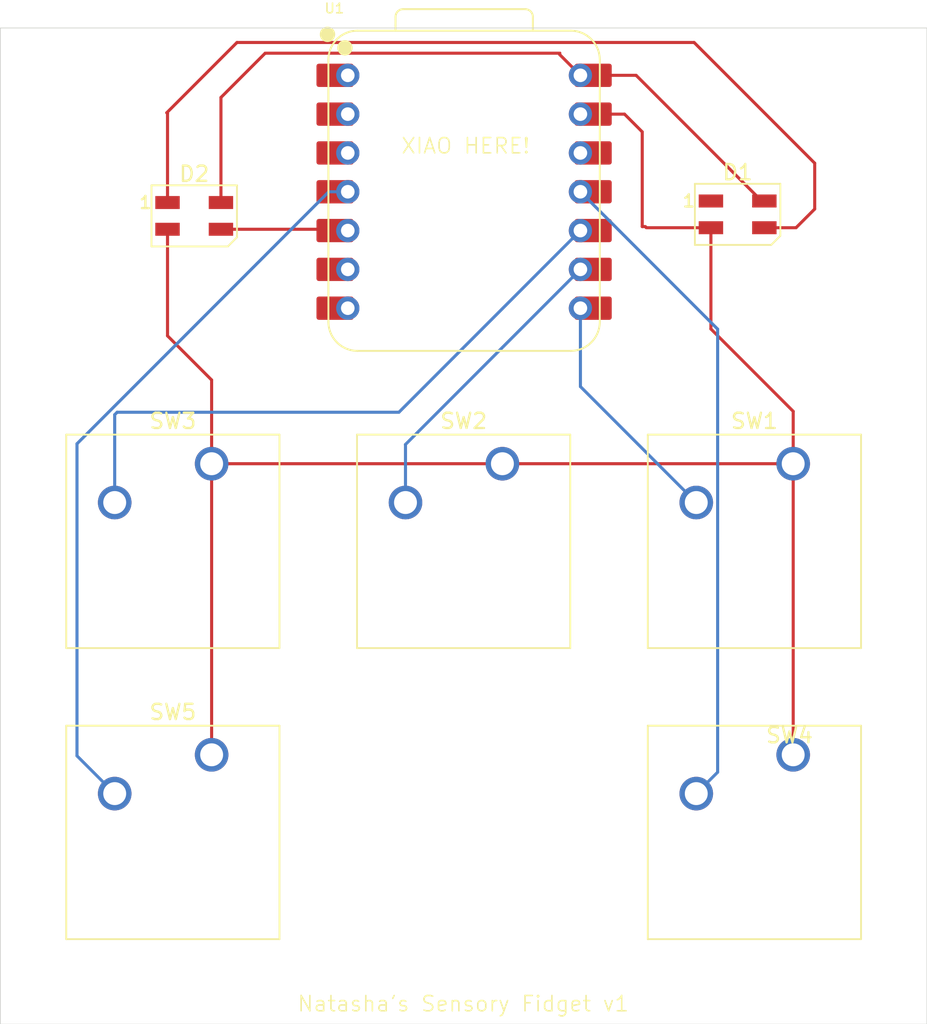
<source format=kicad_pcb>
(kicad_pcb (version 20241229) (generator "pcbnew") (generator_version "9.0")
  (layers (0 "F.Cu" signal) (2 "B.Cu" signal) (13 "F.Paste" user) (15 "B.Paste" user) (5 "F.SilkS" user "F.Silkscreen") (7 "B.SilkS" user "B.Silkscreen") (1 "F.Mask" user) (3 "B.Mask" user) (25 "Edge.Cuts" user))
  (net 0 "")
  (net 1 "GND")
  (net 2 "Net-(D1-DIN)")
  (net 4 "+5V")
  (net 5 "Net-(D2-DIN)")
  (net 6 "Net-(U1-GPIO1{slash}RX)")
  (net 7 "Net-(U1-GPIO2{slash}SCK)")
  (net 8 "Net-(U1-GPIO4{slash}MISO)")
  (net 9 "Net-(U1-GPIO3{slash}MOSI)")
  (net 10 "Net-(U1-GPIO29{slash}ADC3{slash}A3)")
  (footprint "Button_Switch_Keyboard:SW_Cherry_MX_1.00u_PCB" (layer "F.Cu") (at 96.44 58.32)
    (property "Reference" "SW1" (at -2.54 -2.794 0) (layer "F.SilkS"))
    (property "Value" "SW_Push")
    (fp_line (start -9.525 -1.905) (end 4.445 -1.905) (stroke (width 0.12)) (layer "F.SilkS"))
    (fp_line (start -9.525 12.065) (end -9.525 -1.905) (stroke (width 0.12)) (layer "F.SilkS"))
    (fp_line (start 4.445 -1.905) (end 4.445 12.065) (stroke (width 0.12)) (layer "F.SilkS"))
    (fp_line (start 4.445 12.065) (end -9.525 12.065) (stroke (width 0.12)) (layer "F.SilkS"))
    (pad "" np_thru_hole circle (at -7.62 5.08) (size 1.7 1.7) (drill 1.7) (layers "*.Cu" "*.Mask"))
    (pad "" np_thru_hole circle (at -2.54 5.08) (size 4 4) (drill 4) (layers "*.Cu" "*.Mask"))
    (pad "" np_thru_hole circle (at 2.54 5.08) (size 1.7 1.7) (drill 1.7) (layers "*.Cu" "*.Mask"))
    (pad "1" thru_hole circle (at 0 0) (size 2.2 2.2) (drill 1.5) (layers "*.Cu" "*.Mask") (net 1 "GND"))
    (pad "2" thru_hole circle (at -6.35 2.54) (size 2.2 2.2) (drill 1.5) (layers "*.Cu" "*.Mask") (net 6 "Net-(U1-GPIO1{slash}RX)"))
  )
  (footprint "LED_SMD:LED_SK6812MINI_PLCC4_3.5x3.5mm_P1.75mm" (layer "F.Cu") (at 92.8 42)
    (property "Reference" "D1" (at 0 -2.75 0) (layer "F.SilkS"))
    (property "Value" "SK6812MINI")
    (fp_line (start -2.8 -2) (end -2.8 2) (stroke (width 0.12)) (layer "F.SilkS"))
    (fp_line (start -2.8 -2) (end 2.8 -2) (stroke (width 0.12)) (layer "F.SilkS"))
    (fp_line (start -2.8 2) (end 2.2 2) (stroke (width 0.12)) (layer "F.SilkS"))
    (fp_line (start 2.8 1.4) (end 2.2 2) (stroke (width 0.12)) (layer "F.SilkS"))
    (fp_line (start 2.8 1.4) (end 2.8 -2) (stroke (width 0.12)) (layer "F.SilkS"))
    (fp_text user "1" (at -3.2 -0.875 0) (layer "F.SilkS") (effects (font (size 0.8 0.8))))
    (pad "1" smd rect (at -1.75 -0.875) (size 1.6 0.85) (layers "F.Cu" "F.Mask" "F.Paste"))
    (pad "2" smd rect (at -1.75 0.875) (size 1.6 0.85) (layers "F.Cu" "F.Mask" "F.Paste") (net 1 "GND"))
    (pad "3" smd rect (at 1.75 0.875) (size 1.6 0.85) (layers "F.Cu" "F.Mask" "F.Paste") (net 2 "Net-(D1-DIN)"))
    (pad "4" smd rect (at 1.75 -0.875) (size 1.6 0.85) (layers "F.Cu" "F.Mask" "F.Paste") (net 4 "+5V"))
  )
  (footprint "LED_SMD:LED_SK6812MINI_PLCC4_3.5x3.5mm_P1.75mm" (layer "F.Cu") (at 57.2 42.1)
    (property "Reference" "D2" (at 0 -2.75 0) (layer "F.SilkS"))
    (property "Value" "SK6812MINI")
    (fp_line (start -2.8 -2) (end -2.8 2) (stroke (width 0.12)) (layer "F.SilkS"))
    (fp_line (start -2.8 -2) (end 2.8 -2) (stroke (width 0.12)) (layer "F.SilkS"))
    (fp_line (start -2.8 2) (end 2.2 2) (stroke (width 0.12)) (layer "F.SilkS"))
    (fp_line (start 2.8 1.4) (end 2.2 2) (stroke (width 0.12)) (layer "F.SilkS"))
    (fp_line (start 2.8 1.4) (end 2.8 -2) (stroke (width 0.12)) (layer "F.SilkS"))
    (fp_text user "1" (at -3.2 -0.875 0) (layer "F.SilkS") (effects (font (size 0.8 0.8))))
    (pad "1" smd rect (at -1.75 -0.875) (size 1.6 0.85) (layers "F.Cu" "F.Mask" "F.Paste") (net 2 "Net-(D1-DIN)"))
    (pad "2" smd rect (at -1.75 0.875) (size 1.6 0.85) (layers "F.Cu" "F.Mask" "F.Paste") (net 1 "GND"))
    (pad "3" smd rect (at 1.75 0.875) (size 1.6 0.85) (layers "F.Cu" "F.Mask" "F.Paste") (net 5 "Net-(D2-DIN)"))
    (pad "4" smd rect (at 1.75 -0.875) (size 1.6 0.85) (layers "F.Cu" "F.Mask" "F.Paste") (net 4 "+5V"))
  )
  (footprint "Button_Switch_Keyboard:SW_Cherry_MX_1.00u_PCB" (layer "F.Cu") (at 58.34 77.37)
    (property "Reference" "SW5" (at -2.54 -2.794 0) (layer "F.SilkS"))
    (property "Value" "SW_Push")
    (fp_line (start -9.525 -1.905) (end 4.445 -1.905) (stroke (width 0.12)) (layer "F.SilkS"))
    (fp_line (start -9.525 12.065) (end -9.525 -1.905) (stroke (width 0.12)) (layer "F.SilkS"))
    (fp_line (start 4.445 -1.905) (end 4.445 12.065) (stroke (width 0.12)) (layer "F.SilkS"))
    (fp_line (start 4.445 12.065) (end -9.525 12.065) (stroke (width 0.12)) (layer "F.SilkS"))
    (pad "" np_thru_hole circle (at -7.62 5.08) (size 1.7 1.7) (drill 1.7) (layers "*.Cu" "*.Mask"))
    (pad "" np_thru_hole circle (at -2.54 5.08) (size 4 4) (drill 4) (layers "*.Cu" "*.Mask"))
    (pad "" np_thru_hole circle (at 2.54 5.08) (size 1.7 1.7) (drill 1.7) (layers "*.Cu" "*.Mask"))
    (pad "1" thru_hole circle (at 0 0) (size 2.2 2.2) (drill 1.5) (layers "*.Cu" "*.Mask") (net 1 "GND"))
    (pad "2" thru_hole circle (at -6.35 2.54) (size 2.2 2.2) (drill 1.5) (layers "*.Cu" "*.Mask") (net 10 "Net-(U1-GPIO29{slash}ADC3{slash}A3)"))
  )
  (footprint "Button_Switch_Keyboard:SW_Cherry_MX_1.00u_PCB" (layer "F.Cu") (at 96.44 77.37)
    (property "Reference" "SW4" (at -0.24125 -1.27375 0) (layer "F.SilkS"))
    (property "Value" "SW_Push")
    (fp_line (start -9.525 -1.905) (end 4.445 -1.905) (stroke (width 0.12)) (layer "F.SilkS"))
    (fp_line (start -9.525 12.065) (end -9.525 -1.905) (stroke (width 0.12)) (layer "F.SilkS"))
    (fp_line (start 4.445 -1.905) (end 4.445 12.065) (stroke (width 0.12)) (layer "F.SilkS"))
    (fp_line (start 4.445 12.065) (end -9.525 12.065) (stroke (width 0.12)) (layer "F.SilkS"))
    (pad "" np_thru_hole circle (at -7.62 5.08) (size 1.7 1.7) (drill 1.7) (layers "*.Cu" "*.Mask"))
    (pad "" np_thru_hole circle (at -2.54 5.08) (size 4 4) (drill 4) (layers "*.Cu" "*.Mask"))
    (pad "" np_thru_hole circle (at 2.54 5.08) (size 1.7 1.7) (drill 1.7) (layers "*.Cu" "*.Mask"))
    (pad "1" thru_hole circle (at 0 0) (size 2.2 2.2) (drill 1.5) (layers "*.Cu" "*.Mask") (net 1 "GND"))
    (pad "2" thru_hole circle (at -6.35 2.54) (size 2.2 2.2) (drill 1.5) (layers "*.Cu" "*.Mask") (net 9 "Net-(U1-GPIO3{slash}MOSI)"))
  )
  (footprint "Button_Switch_Keyboard:SW_Cherry_MX_1.00u_PCB" (layer "F.Cu") (at 58.34 58.32)
    (property "Reference" "SW3" (at -2.54 -2.794 0) (layer "F.SilkS"))
    (property "Value" "SW_Push")
    (fp_line (start -9.525 -1.905) (end 4.445 -1.905) (stroke (width 0.12)) (layer "F.SilkS"))
    (fp_line (start -9.525 12.065) (end -9.525 -1.905) (stroke (width 0.12)) (layer "F.SilkS"))
    (fp_line (start 4.445 -1.905) (end 4.445 12.065) (stroke (width 0.12)) (layer "F.SilkS"))
    (fp_line (start 4.445 12.065) (end -9.525 12.065) (stroke (width 0.12)) (layer "F.SilkS"))
    (pad "" np_thru_hole circle (at -7.62 5.08) (size 1.7 1.7) (drill 1.7) (layers "*.Cu" "*.Mask"))
    (pad "" np_thru_hole circle (at -2.54 5.08) (size 4 4) (drill 4) (layers "*.Cu" "*.Mask"))
    (pad "" np_thru_hole circle (at 2.54 5.08) (size 1.7 1.7) (drill 1.7) (layers "*.Cu" "*.Mask"))
    (pad "1" thru_hole circle (at 0 0) (size 2.2 2.2) (drill 1.5) (layers "*.Cu" "*.Mask") (net 1 "GND"))
    (pad "2" thru_hole circle (at -6.35 2.54) (size 2.2 2.2) (drill 1.5) (layers "*.Cu" "*.Mask") (net 8 "Net-(U1-GPIO4{slash}MISO)"))
  )
  (footprint "Button_Switch_Keyboard:SW_Cherry_MX_1.00u_PCB" (layer "F.Cu") (at 77.39 58.32)
    (property "Reference" "SW2" (at -2.54 -2.794 0) (layer "F.SilkS"))
    (property "Value" "SW_Push")
    (fp_line (start -9.525 -1.905) (end 4.445 -1.905) (stroke (width 0.12)) (layer "F.SilkS"))
    (fp_line (start -9.525 12.065) (end -9.525 -1.905) (stroke (width 0.12)) (layer "F.SilkS"))
    (fp_line (start 4.445 -1.905) (end 4.445 12.065) (stroke (width 0.12)) (layer "F.SilkS"))
    (fp_line (start 4.445 12.065) (end -9.525 12.065) (stroke (width 0.12)) (layer "F.SilkS"))
    (pad "" np_thru_hole circle (at -7.62 5.08) (size 1.7 1.7) (drill 1.7) (layers "*.Cu" "*.Mask"))
    (pad "" np_thru_hole circle (at -2.54 5.08) (size 4 4) (drill 4) (layers "*.Cu" "*.Mask"))
    (pad "" np_thru_hole circle (at 2.54 5.08) (size 1.7 1.7) (drill 1.7) (layers "*.Cu" "*.Mask"))
    (pad "1" thru_hole circle (at 0 0) (size 2.2 2.2) (drill 1.5) (layers "*.Cu" "*.Mask") (net 1 "GND"))
    (pad "2" thru_hole circle (at -6.35 2.54) (size 2.2 2.2) (drill 1.5) (layers "*.Cu" "*.Mask") (net 7 "Net-(U1-GPIO2{slash}SCK)"))
  )
  (footprint "OPL:XIAO-RP2040-DIP" (layer "F.Cu") (at 74.88 40.52)
    (property "Reference" "U1" (at -8.5 -12 0) (layer "F.SilkS") (effects (font (size 0.635 0.635) (thickness 0.1016))))
    (property "Value" "XIAO-RP2040-DIP")
    (fp_line (start -8.89 8.509) (end -8.89 -8.636) (stroke (width 0.127)) (layer "F.SilkS"))
    (fp_line (start -6.985 10.414) (end 6.985 10.414) (stroke (width 0.127)) (layer "F.SilkS"))
    (fp_line (start -4.495 -10.541) (end -4.491272 -11.451272) (stroke (width 0.127)) (layer "F.SilkS"))
    (fp_line (start -3.991272 -11.951) (end 4.004 -11.951) (stroke (width 0.127)) (layer "F.SilkS"))
    (fp_line (start 4.504 -11.451) (end 4.504 -10.541) (stroke (width 0.127)) (layer "F.SilkS"))
    (fp_line (start 6.985 -10.541) (end -6.985 -10.541) (stroke (width 0.1)) (layer "F.SilkS"))
    (fp_line (start 6.985 -10.541) (end -6.985 -10.541) (stroke (width 0.127)) (layer "F.SilkS"))
    (fp_line (start 8.89 8.509) (end 8.89 -8.636) (stroke (width 0.127)) (layer "F.SilkS"))
    (fp_arc (start -8.89 -8.636) (mid -8.332038 -9.983038) (end -6.985 -10.541) (stroke (width 0.127)) (layer "F.SilkS"))
    (fp_arc (start -6.985 10.414) (mid -8.332038 9.856038) (end -8.89 8.509) (stroke (width 0.127)) (layer "F.SilkS"))
    (fp_arc (start -4.491272 -11.451272) (mid -4.344728 -11.80464) (end -3.991272 -11.951) (stroke (width 0.127)) (layer "F.SilkS"))
    (fp_arc (start 4.004 -11.951) (mid 4.357553 -11.804553) (end 4.504 -11.451) (stroke (width 0.127)) (layer "F.SilkS"))
    (fp_arc (start 6.985 -10.541) (mid 8.332038 -9.983038) (end 8.89 -8.636) (stroke (width 0.127)) (layer "F.SilkS"))
    (fp_arc (start 8.89 8.509) (mid 8.332038 9.856038) (end 6.985 10.414) (stroke (width 0.127)) (layer "F.SilkS"))
    (fp_circle (center -8.95 -10.3) (end -8.95 -10.554) (stroke (width 0.5)) (fill yes) (layer "F.SilkS"))
    (fp_circle (center -7.807 -9.42) (end -7.807 -9.674) (stroke (width 0.5)) (fill yes) (layer "F.SilkS"))
    (pad "1" smd roundrect (at -8.455 -7.62 180) (size 2.432 1.524) (layers "F.Cu" "F.Mask") (roundrect_rratio 0.1))
    (pad "1" thru_hole circle (at -7.62 -7.62 180) (size 1.524 1.524) (drill 0.889) (layers "*.Cu" "*.Mask"))
    (pad "2" smd roundrect (at -8.455 -5.08 180) (size 2.432 1.524) (layers "F.Cu" "F.Mask") (roundrect_rratio 0.1))
    (pad "2" thru_hole circle (at -7.62 -5.08 180) (size 1.524 1.524) (drill 0.889) (layers "*.Cu" "*.Mask"))
    (pad "3" smd roundrect (at -8.455 -2.54 180) (size 2.432 1.524) (layers "F.Cu" "F.Mask") (roundrect_rratio 0.1))
    (pad "3" thru_hole circle (at -7.62 -2.54 180) (size 1.524 1.524) (drill 0.889) (layers "*.Cu" "*.Mask"))
    (pad "4" smd roundrect (at -8.455 0 180) (size 2.432 1.524) (layers "F.Cu" "F.Mask") (roundrect_rratio 0.1) (net 10 "Net-(U1-GPIO29{slash}ADC3{slash}A3)"))
    (pad "4" thru_hole circle (at -7.62 0 180) (size 1.524 1.524) (drill 0.889) (layers "*.Cu" "*.Mask") (net 10 "Net-(U1-GPIO29{slash}ADC3{slash}A3)"))
    (pad "5" smd roundrect (at -8.455 2.54 180) (size 2.432 1.524) (layers "F.Cu" "F.Mask") (roundrect_rratio 0.1) (net 5 "Net-(D2-DIN)"))
    (pad "5" thru_hole circle (at -7.62 2.54 180) (size 1.524 1.524) (drill 0.889) (layers "*.Cu" "*.Mask") (net 5 "Net-(D2-DIN)"))
    (pad "6" smd roundrect (at -8.455 5.08 180) (size 2.432 1.524) (layers "F.Cu" "F.Mask") (roundrect_rratio 0.1))
    (pad "6" thru_hole circle (at -7.62 5.08 180) (size 1.524 1.524) (drill 0.889) (layers "*.Cu" "*.Mask"))
    (pad "7" smd roundrect (at -8.455 7.62 180) (size 2.432 1.524) (layers "F.Cu" "F.Mask") (roundrect_rratio 0.1))
    (pad "7" thru_hole circle (at -7.62 7.62 180) (size 1.524 1.524) (drill 0.889) (layers "*.Cu" "*.Mask"))
    (pad "8" thru_hole circle (at 7.62 7.62) (size 1.524 1.524) (drill 0.889) (layers "*.Cu" "*.Mask") (net 6 "Net-(U1-GPIO1{slash}RX)"))
    (pad "8" smd roundrect (at 8.455 7.62) (size 2.432 1.524) (layers "F.Cu" "F.Mask") (roundrect_rratio 0.1) (net 6 "Net-(U1-GPIO1{slash}RX)"))
    (pad "9" thru_hole circle (at 7.62 5.08) (size 1.524 1.524) (drill 0.889) (layers "*.Cu" "*.Mask") (net 7 "Net-(U1-GPIO2{slash}SCK)"))
    (pad "9" smd roundrect (at 8.455 5.08) (size 2.432 1.524) (layers "F.Cu" "F.Mask") (roundrect_rratio 0.1) (net 7 "Net-(U1-GPIO2{slash}SCK)"))
    (pad "10" thru_hole circle (at 7.62 2.54) (size 1.524 1.524) (drill 0.889) (layers "*.Cu" "*.Mask") (net 8 "Net-(U1-GPIO4{slash}MISO)"))
    (pad "10" smd roundrect (at 8.455 2.54) (size 2.432 1.524) (layers "F.Cu" "F.Mask") (roundrect_rratio 0.1) (net 8 "Net-(U1-GPIO4{slash}MISO)"))
    (pad "11" thru_hole circle (at 7.62 0) (size 1.524 1.524) (drill 0.889) (layers "*.Cu" "*.Mask") (net 9 "Net-(U1-GPIO3{slash}MOSI)"))
    (pad "11" smd roundrect (at 8.455 0) (size 2.432 1.524) (layers "F.Cu" "F.Mask") (roundrect_rratio 0.1) (net 9 "Net-(U1-GPIO3{slash}MOSI)"))
    (pad "12" thru_hole circle (at 7.62 -2.54) (size 1.524 1.524) (drill 0.889) (layers "*.Cu" "*.Mask"))
    (pad "12" smd roundrect (at 8.455 -2.54) (size 2.432 1.524) (layers "F.Cu" "F.Mask") (roundrect_rratio 0.1))
    (pad "13" thru_hole circle (at 7.62 -5.08) (size 1.524 1.524) (drill 0.889) (layers "*.Cu" "*.Mask") (net 1 "GND"))
    (pad "13" smd roundrect (at 8.455 -5.08) (size 2.432 1.524) (layers "F.Cu" "F.Mask") (roundrect_rratio 0.1) (net 1 "GND"))
    (pad "14" thru_hole circle (at 7.62 -7.62) (size 1.524 1.524) (drill 0.889) (layers "*.Cu" "*.Mask") (net 4 "+5V"))
    (pad "14" smd roundrect (at 8.455 -7.62) (size 2.432 1.524) (layers "F.Cu" "F.Mask") (roundrect_rratio 0.1) (net 4 "+5V"))
  )
  (gr_rect (start 44.5 29.8) (end 105.2 95) (stroke (width 0.05)) (fill no) (layer "Edge.Cuts"))
  (gr_text "XIAO HERE!" (at 70.7 38.1 0) (layer "F.SilkS") (effects (font (size 1 1) (thickness 0.1)) (justify left bottom)))
  (gr_text "Natasha's Sensory Fidget v1" (at 63.9 94.25 0) (layer "F.SilkS") (effects (font (size 1 1) (thickness 0.1)) (justify left bottom)))
  (segment (start 77.39 58.32) (end 58.34 58.32) (width 0.2) (layer "F.Cu") (net 1))
  (segment (start 58.34 58.32) (end 58.34 77.37) (width 0.2) (layer "F.Cu") (net 1))
  (segment (start 91.05 42.875) (end 91.05 49.5) (width 0.2) (layer "F.Cu") (net 1))
  (segment (start 96.44 58.32) (end 96.44 77.37) (width 0.2) (layer "F.Cu") (net 1))
  (segment (start 91.05 49.5) (end 96.44 54.89) (width 0.2) (layer "F.Cu") (net 1))
  (segment (start 86.825 42.875) (end 91.05 42.875) (width 0.2) (layer "F.Cu") (net 1))
  (segment (start 55.45 49.95) (end 58.34 52.84) (width 0.2) (layer "F.Cu") (net 1))
  (segment (start 82.5 35.44) (end 85.39 35.44) (width 0.2) (layer "F.Cu") (net 1))
  (segment (start 86.75 42.8) (end 86.825 42.875) (width 0.2) (layer "F.Cu") (net 1))
  (segment (start 85.39 35.44) (end 86.55 36.6) (width 0.2) (layer "F.Cu") (net 1))
  (segment (start 55.45 42.975) (end 55.45 49.95) (width 0.2) (layer "F.Cu") (net 1))
  (segment (start 96.44 58.32) (end 77.39 58.32) (width 0.2) (layer "F.Cu") (net 1))
  (segment (start 86.55 42.8) (end 86.75 42.8) (width 0.2) (layer "F.Cu") (net 1))
  (segment (start 58.34 52.84) (end 58.34 58.32) (width 0.2) (layer "F.Cu") (net 1))
  (segment (start 96.44 54.89) (end 96.44 58.32) (width 0.2) (layer "F.Cu") (net 1))
  (segment (start 86.55 36.6) (end 86.55 42.8) (width 0.2) (layer "F.Cu") (net 1))
  (segment (start 89.95 30.751) (end 97.85 38.651) (width 0.2) (layer "F.Cu") (net 2))
  (segment (start 96.625 42.875) (end 94.55 42.875) (width 0.2) (layer "F.Cu") (net 2))
  (segment (start 55.45 35.4) (end 55.4 35.35) (width 0.2) (layer "F.Cu") (net 2))
  (segment (start 97.85 38.651) (end 97.85 41.65) (width 0.2) (layer "F.Cu") (net 2))
  (segment (start 97.85 41.65) (end 96.625 42.875) (width 0.2) (layer "F.Cu") (net 2))
  (segment (start 55.4 35.35) (end 59.999 30.751) (width 0.2) (layer "F.Cu") (net 2))
  (segment (start 59.999 30.751) (end 89.95 30.751) (width 0.2) (layer "F.Cu") (net 2))
  (segment (start 55.45 41.225) (end 55.45 35.4) (width 0.2) (layer "F.Cu") (net 2))
  (segment (start 83.335 32.9) (end 86.15 32.9) (width 0.2) (layer "F.Cu") (net 4))
  (segment (start 86.15 32.9) (end 94.375 41.125) (width 0.2) (layer "F.Cu") (net 4))
  (segment (start 61.85 31.45) (end 81.15 31.45) (width 0.2) (layer "F.Cu") (net 4))
  (segment (start 58.95 41.225) (end 58.95 34.35) (width 0.2) (layer "F.Cu") (net 4))
  (segment (start 94.375 41.125) (end 94.55 41.125) (width 0.2) (layer "F.Cu") (net 4))
  (segment (start 81.15 31.45) (end 81.15 31.55) (width 0.2) (layer "F.Cu") (net 4))
  (segment (start 58.95 34.35) (end 61.85 31.45) (width 0.2) (layer "F.Cu") (net 4))
  (segment (start 81.15 31.55) (end 82.5 32.9) (width 0.2) (layer "F.Cu") (net 4))
  (segment (start 58.95 42.975) (end 66.34 42.975) (width 0.2) (layer "F.Cu") (net 5))
  (segment (start 66.34 42.975) (end 66.425 43.06) (width 0.2) (layer "F.Cu") (net 5))
  (segment (start 82.5 48.14) (end 82.5 53.27) (width 0.2) (layer "B.Cu") (net 6))
  (segment (start 82.5 53.27) (end 90.09 60.86) (width 0.2) (layer "B.Cu") (net 6))
  (segment (start 82.5 45.6) (end 71.04 57.06) (width 0.2) (layer "B.Cu") (net 7))
  (segment (start 71.04 57.06) (end 71.04 60.86) (width 0.2) (layer "B.Cu") (net 7))
  (segment (start 70.61 54.95) (end 52.15 54.95) (width 0.2) (layer "B.Cu") (net 8))
  (segment (start 52.15 54.95) (end 51.99 55.11) (width 0.2) (layer "B.Cu") (net 8))
  (segment (start 51.99 55.11) (end 51.99 60.86) (width 0.2) (layer "B.Cu") (net 8))
  (segment (start 82.5 43.06) (end 70.61 54.95) (width 0.2) (layer "B.Cu") (net 8))
  (segment (start 90.09 79.91) (end 91.491 78.509) (width 0.2) (layer "B.Cu") (net 9))
  (segment (start 91.491 49.511) (end 82.5 40.52) (width 0.2) (layer "B.Cu") (net 9))
  (segment (start 91.491 78.509) (end 91.491 49.511) (width 0.2) (layer "B.Cu") (net 9))
  (segment (start 67.26 40.52) (end 66.0129 40.52) (width 0.2) (layer "B.Cu") (net 10))
  (segment (start 66.0129 40.52) (end 49.519 57.0139) (width 0.2) (layer "B.Cu") (net 10))
  (segment (start 49.519 57.0139) (end 49.519 77.439) (width 0.2) (layer "B.Cu") (net 10))
  (segment (start 49.519 77.439) (end 51.99 79.91) (width 0.2) (layer "B.Cu") (net 10))
)
</source>
